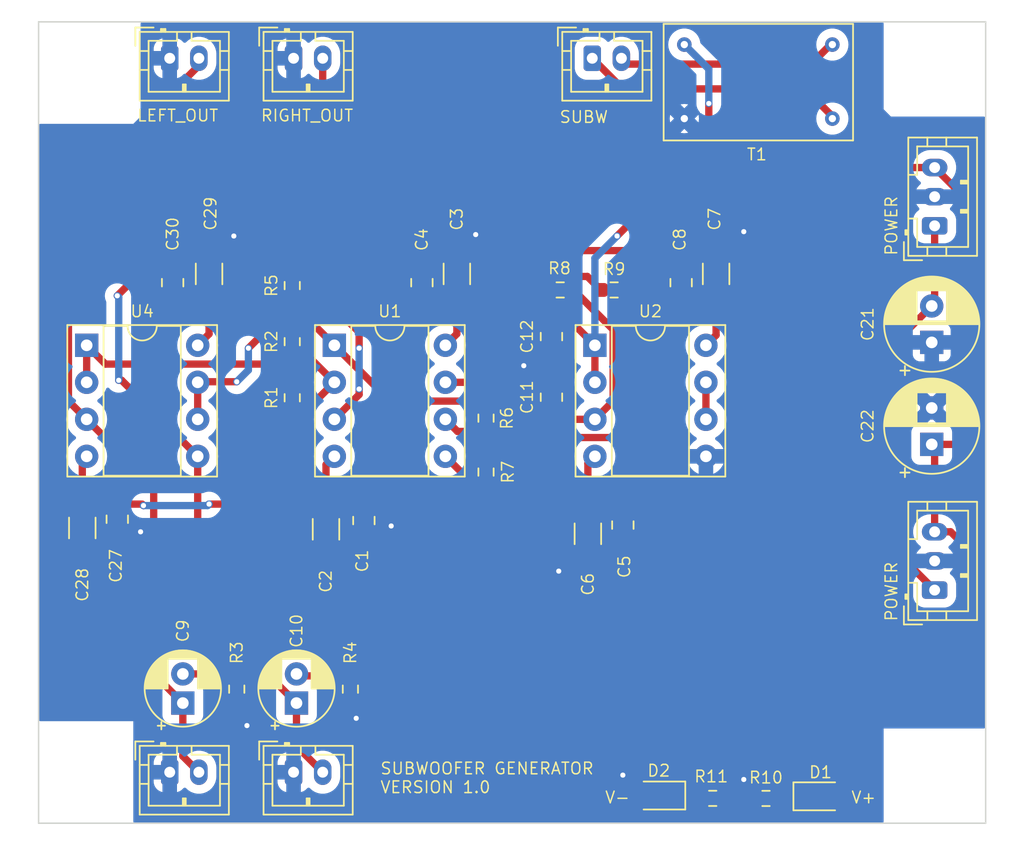
<source format=kicad_pcb>
(kicad_pcb (version 20221018) (generator pcbnew)
  (layers (0 "F.Cu" signal) (31 "B.Cu" signal) (34 "B.Paste" user) (35 "F.Paste" user) (36 "B.SilkS" user "B.Silkscreen") (37 "F.SilkS" user "F.Silkscreen") (38 "B.Mask" user) (39 "F.Mask" user) (44 "Edge.Cuts" user))
  (net 0 "")
  (net 1 "LEFT_IN")
  (net 2 "Net-(C9-Pad2)")
  (net 3 "AGND")
  (net 4 "RIGHT_IN")
  (net 5 "Net-(C10-Pad2)")
  (net 6 "LEFT_BUF")
  (net 7 "RIGHT_BUF")
  (net 8 "Net-(U1-InA-)")
  (net 9 "Net-(U1-OutA)")
  (net 10 "Net-(U1-InA+)")
  (net 11 "Net-(U1-InB-)")
  (net 12 "Net-(U1-InB+)")
  (net 13 "COMBINED")
  (net 14 "Net-(U2-InA+)")
  (net 15 "Net-(C12-Pad1)")
  (net 16 "Net-(U2-InB-)")
  (net 17 "V-")
  (net 18 "V+")
  (net 19 "SUBW")
  (net 20 "SUBWN")
  (net 21 "SUBWP")
  (net 22 "Net-(D1-K)")
  (net 23 "Net-(D2-K)")
  (footprint "Capacitor_THT:CP_Radial_D5.0mm_P2.00mm" (layer "F.Cu") (at 116.3364 107.920113 90)
    (fp_text reference "C9" (at 4.955112 0 90 unlocked) (layer "F.SilkS") (effects (font (size 0.8 0.8) (thickness 0.1))))
    (fp_text value "10u")
    (pad "1" thru_hole rect (at 0 0 90) (size 1.6 1.6) (drill 0.8) (layers "*.Cu" "*.Mask") (net 1 "LEFT_IN"))
    (pad "2" thru_hole circle (at 2 0 90) (size 1.6 1.6) (drill 0.8) (layers "*.Cu" "*.Mask") (net 2 "Net-(C9-Pad2)"))
  )
  (footprint "Package_DIP:DIP-8_W7.62mm_Socket" (layer "F.Cu") (at 144.6189 83.365)
    (fp_text reference "U2" (at 3.81 -2.33 unlocked) (layer "F.SilkS") (effects (font (size 0.8 0.8) (thickness 0.1))))
    (fp_text value "OPA2134")
    (pad "1" thru_hole rect (at 0 0) (size 1.6 1.6) (drill 0.8) (layers "*.Cu" "*.Mask") (net 19 "SUBW"))
    (pad "2" thru_hole oval (at 0 2.54) (size 1.6 1.6) (drill 0.8) (layers "*.Cu" "*.Mask") (net 19 "SUBW"))
    (pad "3" thru_hole oval (at 0 5.08) (size 1.6 1.6) (drill 0.8) (layers "*.Cu" "*.Mask") (net 14 "Net-(U2-InA+)"))
    (pad "4" thru_hole oval (at 0 7.62) (size 1.6 1.6) (drill 0.8) (layers "*.Cu" "*.Mask") (net 17 "V-"))
    (pad "5" thru_hole oval (at 7.62 7.62) (size 1.6 1.6) (drill 0.8) (layers "*.Cu" "*.Mask") (net 3 "AGND"))
    (pad "6" thru_hole oval (at 7.62 5.08) (size 1.6 1.6) (drill 0.8) (layers "*.Cu" "*.Mask") (net 16 "Net-(U2-InB-)"))
    (pad "7" thru_hole oval (at 7.62 2.54) (size 1.6 1.6) (drill 0.8) (layers "*.Cu" "*.Mask") (net 16 "Net-(U2-InB-)"))
    (pad "8" thru_hole oval (at 7.62 0) (size 1.6 1.6) (drill 0.8) (layers "*.Cu" "*.Mask") (net 18 "V+"))
  )
  (footprint "MountingHole:MountingHole_3.2mm_M3" (layer "F.Cu") (at 168.9364 113.665)
    (fp_text reference "H4" hide)
    (fp_text value "MountingHole")
    (pad "" np_thru_hole circle (at 0 0) (size 3.2 3.2) (drill 3.2) (layers "*.Cu" "*.Mask"))
  )
  (footprint "Capacitor_SMD:C_1206_3216Metric_Pad1.33x1.80mm_HandSolder" (layer "F.Cu") (at 126.16265 95.9925 -90)
    (fp_text reference "C2" (at 3.5725 0.0175 90 unlocked) (layer "F.SilkS") (effects (font (size 0.8 0.8) (thickness 0.1))))
    (fp_text value "10U")
    (pad "1" smd roundrect (at -1.5625 0 270) (size 1.325 1.8) (layers "F.Cu" "F.Paste" "F.Mask") (roundrect_rratio 0.1886792453) (net 17 "V-"))
    (pad "2" smd roundrect (at 1.5625 0 270) (size 1.325 1.8) (layers "F.Cu" "F.Paste" "F.Mask") (roundrect_rratio 0.1886792453) (net 3 "AGND"))
  )
  (footprint "Package_DIP:DIP-8_W7.62mm_Socket" (layer "F.Cu") (at 126.7364 83.365)
    (fp_text reference "U1" (at 3.81 -2.33 unlocked) (layer "F.SilkS") (effects (font (size 0.8 0.8) (thickness 0.1))))
    (fp_text value "OPA2134")
    (pad "1" thru_hole rect (at 0 0) (size 1.6 1.6) (drill 0.8) (layers "*.Cu" "*.Mask") (net 9 "Net-(U1-OutA)"))
    (pad "2" thru_hole oval (at 0 2.54) (size 1.6 1.6) (drill 0.8) (layers "*.Cu" "*.Mask") (net 8 "Net-(U1-InA-)"))
    (pad "3" thru_hole oval (at 0 5.08) (size 1.6 1.6) (drill 0.8) (layers "*.Cu" "*.Mask") (net 10 "Net-(U1-InA+)"))
    (pad "4" thru_hole oval (at 0 7.62) (size 1.6 1.6) (drill 0.8) (layers "*.Cu" "*.Mask") (net 17 "V-"))
    (pad "5" thru_hole oval (at 7.62 7.62) (size 1.6 1.6) (drill 0.8) (layers "*.Cu" "*.Mask") (net 12 "Net-(U1-InB+)"))
    (pad "6" thru_hole oval (at 7.62 5.08) (size 1.6 1.6) (drill 0.8) (layers "*.Cu" "*.Mask") (net 11 "Net-(U1-InB-)"))
    (pad "7" thru_hole oval (at 7.62 2.54) (size 1.6 1.6) (drill 0.8) (layers "*.Cu" "*.Mask") (net 13 "COMBINED"))
    (pad "8" thru_hole oval (at 7.62 0) (size 1.6 1.6) (drill 0.8) (layers "*.Cu" "*.Mask") (net 18 "V+"))
  )
  (footprint "Capacitor_SMD:C_0805_2012Metric_Pad1.18x1.45mm_HandSolder" (layer "F.Cu") (at 141.6364 86.9275 90)
    (fp_text reference "C11" (at 0 -1.68 90 unlocked) (layer "F.SilkS") (effects (font (size 0.8 0.8) (thickness 0.1))))
    (fp_text value "56n C0G")
    (pad "1" smd roundrect (at -1.0375 0 90) (size 1.175 1.45) (layers "F.Cu" "F.Paste" "F.Mask") (roundrect_rratio 0.2127659574) (net 14 "Net-(U2-InA+)"))
    (pad "2" smd roundrect (at 1.0375 0 90) (size 1.175 1.45) (layers "F.Cu" "F.Paste" "F.Mask") (roundrect_rratio 0.2127659574) (net 3 "AGND"))
  )
  (footprint "Capacitor_SMD:C_0805_2012Metric_Pad1.18x1.45mm_HandSolder" (layer "F.Cu") (at 111.8364 95.3025 -90)
    (fp_text reference "C27" (at 3.2 0.1 90 unlocked) (layer "F.SilkS") (effects (font (size 0.8 0.8) (thickness 0.1))))
    (fp_text value "0.1U")
    (pad "1" smd roundrect (at -1.0375 0 270) (size 1.175 1.45) (layers "F.Cu" "F.Paste" "F.Mask") (roundrect_rratio 0.2127659574) (net 17 "V-"))
    (pad "2" smd roundrect (at 1.0375 0 270) (size 1.175 1.45) (layers "F.Cu" "F.Paste" "F.Mask") (roundrect_rratio 0.2127659574) (net 3 "AGND"))
  )
  (footprint "Resistor_SMD:R_0603_1608Metric_Pad0.98x0.95mm_HandSolder" (layer "F.Cu") (at 152.7039 114.46 180)
    (fp_text reference "R11" (at 0.1 1.5 unlocked) (layer "F.SilkS") (effects (font (size 0.8 0.8) (thickness 0.1))))
    (fp_text value "1K")
    (pad "1" smd roundrect (at -0.9125 0 180) (size 0.975 0.95) (layers "F.Cu" "F.Paste" "F.Mask") (net 17 "V-"))
    (pad "2" smd roundrect (at 0.9125 0 180) (size 0.975 0.95) (layers "F.Cu" "F.Paste" "F.Mask") (net 23 "Net-(D2-K)"))
  )
  (footprint "Capacitor_THT:CP_Radial_D6.3mm_P2.50mm" (layer "F.Cu") (at 167.7364 90.165 90)
    (fp_text reference "C22" (at 1.25 -4.4 90 unlocked) (layer "F.SilkS") (effects (font (size 0.8 0.8) (thickness 0.1))))
    (fp_text value "470u")
    (pad "1" thru_hole rect (at 0 0 90) (size 1.6 1.6) (drill 0.8) (layers "*.Cu" "*.Mask") (net 18 "V+"))
    (pad "2" thru_hole circle (at 2.5 0 90) (size 1.6 1.6) (drill 0.8) (layers "*.Cu" "*.Mask") (net 3 "AGND"))
  )
  (footprint "Capacitor_THT:CP_Radial_D5.0mm_P2.00mm" (layer "F.Cu") (at 124.1364 107.920113 90)
    (fp_text reference "C10" (at 4.955112 0 90 unlocked) (layer "F.SilkS") (effects (font (size 0.8 0.8) (thickness 0.1))))
    (fp_text value "10u")
    (pad "1" thru_hole rect (at 0 0 90) (size 1.6 1.6) (drill 0.8) (layers "*.Cu" "*.Mask") (net 4 "RIGHT_IN"))
    (pad "2" thru_hole circle (at 2 0 90) (size 1.6 1.6) (drill 0.8) (layers "*.Cu" "*.Mask") (net 5 "Net-(C10-Pad2)"))
  )
  (footprint "Capacitor_SMD:C_0805_2012Metric_Pad1.18x1.45mm_HandSolder" (layer "F.Cu") (at 141.6364 82.765 90)
    (fp_text reference "C12" (at 0 -1.68 90 unlocked) (layer "F.SilkS") (effects (font (size 0.8 0.8) (thickness 0.1))))
    (fp_text value "130n C0G")
    (pad "1" smd roundrect (at -1.0375 0 90) (size 1.175 1.45) (layers "F.Cu" "F.Paste" "F.Mask") (roundrect_rratio 0.2127659574) (net 15 "Net-(C12-Pad1)"))
    (pad "2" smd roundrect (at 1.0375 0 90) (size 1.175 1.45) (layers "F.Cu" "F.Paste" "F.Mask") (roundrect_rratio 0.2127659574) (net 19 "SUBW"))
  )
  (footprint "MountingHole:MountingHole_3.2mm_M3" (layer "F.Cu") (at 108.9364 63.665)
    (fp_text reference "H1" hide)
    (fp_text value "MountingHole")
    (pad "" np_thru_hole circle (at 0 0) (size 3.2 3.2) (drill 3.2) (layers "*.Cu" "*.Mask"))
  )
  (footprint "Connector_JST:JST_PH_B2B-PH-K_1x02_P2.00mm_Vertical" (layer "F.Cu") (at 123.9364 63.665)
    (fp_text reference "J2" hide)
    (fp_text value "Conn_01x02_Pin")
    (pad "1" thru_hole roundrect (at 0 0) (size 1.2 1.75) (drill 0.75) (layers "*.Cu" "*.Mask") (roundrect_rratio 0.2083333333) (net 3 "AGND"))
    (pad "2" thru_hole oval (at 2 0) (size 1.2 1.75) (drill 0.75) (layers "*.Cu" "*.Mask") (net 4 "RIGHT_IN"))
  )
  (footprint "Resistor_SMD:R_0603_1608Metric_Pad0.98x0.95mm_HandSolder" (layer "F.Cu") (at 120.0364 106.965001 90)
    (fp_text reference "R3" (at 2.5 0 90 unlocked) (layer "F.SilkS") (effects (font (size 0.8 0.8) (thickness 0.1))))
    (fp_text value "10K")
    (pad "1" smd roundrect (at -0.9125 0 90) (size 0.975 0.95) (layers "F.Cu" "F.Paste" "F.Mask") (net 3 "AGND"))
    (pad "2" smd roundrect (at 0.9125 0 90) (size 0.975 0.95) (layers "F.Cu" "F.Paste" "F.Mask") (net 2 "Net-(C9-Pad2)"))
  )
  (footprint "Capacitor_SMD:C_1206_3216Metric_Pad1.33x1.80mm_HandSolder" (layer "F.Cu") (at 118.1364 78.465 90)
    (fp_text reference "C29" (at 4.1375 0.1 90 unlocked) (layer "F.SilkS") (effects (font (size 0.8 0.8) (thickness 0.1))))
    (fp_text value "10U")
    (pad "1" smd roundrect (at -1.5625 0 90) (size 1.325 1.8) (layers "F.Cu" "F.Paste" "F.Mask") (roundrect_rratio 0.1886792453) (net 18 "V+"))
    (pad "2" smd roundrect (at 1.5625 0 90) (size 1.325 1.8) (layers "F.Cu" "F.Paste" "F.Mask") (roundrect_rratio 0.1886792453) (net 3 "AGND"))
  )
  (footprint "Connector_JST:JST_PH_B2B-PH-K_1x02_P2.00mm_Vertical" (layer "F.Cu") (at 115.4364 112.665)
    (fp_text reference "J4" hide)
    (fp_text value "Conn_01x02_Pin")
    (pad "1" thru_hole roundrect (at 0 0) (size 1.2 1.75) (drill 0.75) (layers "*.Cu" "*.Mask") (roundrect_rratio 0.2083333333) (net 3 "AGND"))
    (pad "2" thru_hole oval (at 2 0) (size 1.2 1.75) (drill 0.75) (layers "*.Cu" "*.Mask") (net 1 "LEFT_IN"))
  )
  (footprint "Capacitor_SMD:C_1206_3216Metric_Pad1.33x1.80mm_HandSolder" (layer "F.Cu") (at 135.14515 78.465 90)
    (fp_text reference "C3" (at 3.756547 -0.00875 90 unlocked) (layer "F.SilkS") (effects (font (size 0.8 0.8) (thickness 0.1))))
    (fp_text value "10U")
    (pad "1" smd roundrect (at -1.5625 0 90) (size 1.325 1.8) (layers "F.Cu" "F.Paste" "F.Mask") (roundrect_rratio 0.1886792453) (net 18 "V+"))
    (pad "2" smd roundrect (at 1.5625 0 90) (size 1.325 1.8) (layers "F.Cu" "F.Paste" "F.Mask") (roundrect_rratio 0.1886792453) (net 3 "AGND"))
  )
  (footprint "Capacitor_SMD:C_0805_2012Metric_Pad1.18x1.45mm_HandSolder" (layer "F.Cu") (at 115.6364 79.065 90)
    (fp_text reference "C30" (at 3.3375 0 90 unlocked) (layer "F.SilkS") (effects (font (size 0.8 0.8) (thickness 0.1))))
    (fp_text value "0.1U")
    (pad "1" smd roundrect (at -1.0375 0 90) (size 1.175 1.45) (layers "F.Cu" "F.Paste" "F.Mask") (roundrect_rratio 0.2127659574) (net 18 "V+"))
    (pad "2" smd roundrect (at 1.0375 0 90) (size 1.175 1.45) (layers "F.Cu" "F.Paste" "F.Mask") (roundrect_rratio 0.2127659574) (net 3 "AGND"))
  )
  (footprint "Resistor_SMD:R_0603_1608Metric_Pad0.98x0.95mm_HandSolder" (layer "F.Cu") (at 123.84515 83.115 90)
    (fp_text reference "R2" (at 0 -1.43 90 unlocked) (layer "F.SilkS") (effects (font (size 0.8 0.8) (thickness 0.1))))
    (fp_text value "10K")
    (pad "1" smd roundrect (at -0.9125 0 90) (size 0.975 0.95) (layers "F.Cu" "F.Paste" "F.Mask") (net 8 "Net-(U1-InA-)"))
    (pad "2" smd roundrect (at 0.9125 0 90) (size 0.975 0.95) (layers "F.Cu" "F.Paste" "F.Mask") (net 7 "RIGHT_BUF"))
  )
  (footprint "Capacitor_SMD:C_1206_3216Metric_Pad1.33x1.80mm_HandSolder" (layer "F.Cu") (at 144.1364 96.3025 -90)
    (fp_text reference "C6" (at 3.4625 0 90 unlocked) (layer "F.SilkS") (effects (font (size 0.8 0.8) (thickness 0.1))))
    (fp_text value "10U")
    (pad "1" smd roundrect (at -1.5625 0 270) (size 1.325 1.8) (layers "F.Cu" "F.Paste" "F.Mask") (roundrect_rratio 0.1886792453) (net 17 "V-"))
    (pad "2" smd roundrect (at 1.5625 0 270) (size 1.325 1.8) (layers "F.Cu" "F.Paste" "F.Mask") (roundrect_rratio 0.1886792453) (net 3 "AGND"))
  )
  (footprint "Resistor_SMD:R_0603_1608Metric_Pad0.98x0.95mm_HandSolder" (layer "F.Cu") (at 142.2364 79.565 180)
    (fp_text reference "R8" (at 0.048251 1.482507 unlocked) (layer "F.SilkS") (effects (font (size 0.8 0.8) (thickness 0.1))))
    (fp_text value "23K")
    (pad "1" smd roundrect (at -0.9125 0 180) (size 0.975 0.95) (layers "F.Cu" "F.Paste" "F.Mask") (net 14 "Net-(U2-InA+)"))
    (pad "2" smd roundrect (at 0.9125 0 180) (size 0.975 0.95) (layers "F.Cu" "F.Paste" "F.Mask") (net 15 "Net-(C12-Pad1)"))
  )
  (footprint "Connector_JST:JST_PH_B2B-PH-K_1x02_P2.00mm_Vertical" (layer "F.Cu") (at 115.4364 63.665)
    (fp_text reference "J1" hide)
    (fp_text value "Conn_01x02_Pin")
    (pad "1" thru_hole roundrect (at 0 0) (size 1.2 1.75) (drill 0.75) (layers "*.Cu" "*.Mask") (roundrect_rratio 0.2083333333) (net 3 "AGND"))
    (pad "2" thru_hole oval (at 2 0) (size 1.2 1.75) (drill 0.75) (layers "*.Cu" "*.Mask") (net 1 "LEFT_IN"))
  )
  (footprint "Capacitor_SMD:C_0805_2012Metric_Pad1.18x1.45mm_HandSolder" (layer "F.Cu") (at 128.76265 95.3925 -90)
    (fp_text reference "C1" (at 2.7725 0.1175 90 unlocked) (layer "F.SilkS") (effects (font (size 0.8 0.8) (thickness 0.1))))
    (fp_text value "0.1U")
    (pad "1" smd roundrect (at -1.0375 0 270) (size 1.175 1.45) (layers "F.Cu" "F.Paste" "F.Mask") (roundrect_rratio 0.2127659574) (net 17 "V-"))
    (pad "2" smd roundrect (at 1.0375 0 270) (size 1.175 1.45) (layers "F.Cu" "F.Paste" "F.Mask") (roundrect_rratio 0.2127659574) (net 3 "AGND"))
  )
  (footprint "Capacitor_SMD:C_1206_3216Metric_Pad1.33x1.80mm_HandSolder" (layer "F.Cu") (at 152.9364 78.465 90)
    (fp_text reference "C7" (at 3.756547 -0.11 90 unlocked) (layer "F.SilkS") (effects (font (size 0.8 0.8) (thickness 0.1))))
    (fp_text value "10U")
    (pad "1" smd roundrect (at -1.5625 0 90) (size 1.325 1.8) (layers "F.Cu" "F.Paste" "F.Mask") (roundrect_rratio 0.1886792453) (net 18 "V+"))
    (pad "2" smd roundrect (at 1.5625 0 90) (size 1.325 1.8) (layers "F.Cu" "F.Paste" "F.Mask") (roundrect_rratio 0.1886792453) (net 3 "AGND"))
  )
  (footprint "Capacitor_SMD:C_0805_2012Metric_Pad1.18x1.45mm_HandSolder" (layer "F.Cu") (at 132.74515 79.065 90)
    (fp_text reference "C4" (at 2.956547 -0.00875 90 unlocked) (layer "F.SilkS") (effects (font (size 0.8 0.8) (thickness 0.1))))
    (fp_text value "0.1U")
    (pad "1" smd roundrect (at -1.0375 0 90) (size 1.175 1.45) (layers "F.Cu" "F.Paste" "F.Mask") (roundrect_rratio 0.2127659574) (net 18 "V+"))
    (pad "2" smd roundrect (at 1.0375 0 90) (size 1.175 1.45) (layers "F.Cu" "F.Paste" "F.Mask") (roundrect_rratio 0.2127659574) (net 3 "AGND"))
  )
  (footprint "Resistor_SMD:R_0603_1608Metric_Pad0.98x0.95mm_HandSolder" (layer "F.Cu") (at 123.84515 79.265 90)
    (fp_text reference "R5" (at 0 -1.43 90 unlocked) (layer "F.SilkS") (effects (font (size 0.8 0.8) (thickness 0.1))))
    (fp_text value "20K")
    (pad "1" smd roundrect (at -0.9125 0 90) (size 0.975 0.95) (layers "F.Cu" "F.Paste" "F.Mask") (net 9 "Net-(U1-OutA)"))
    (pad "2" smd roundrect (at 0.9125 0 90) (size 0.975 0.95) (layers "F.Cu" "F.Paste" "F.Mask") (net 10 "Net-(U1-InA+)"))
  )
  (footprint "Capacitor_THT:CP_Radial_D6.3mm_P2.50mm" (layer "F.Cu") (at 167.7364 83.164999 90)
    (fp_text reference "C21" (at 1.25 -4.4 90 unlocked) (layer "F.SilkS") (effects (font (size 0.8 0.8) (thickness 0.1))))
    (fp_text value "470u")
    (pad "1" thru_hole rect (at 0 0 90) (size 1.6 1.6) (drill 0.8) (layers "*.Cu" "*.Mask") (net 3 "AGND"))
    (pad "2" thru_hole circle (at 2.5 0 90) (size 1.6 1.6) (drill 0.8) (layers "*.Cu" "*.Mask") (net 17 "V-"))
  )
  (footprint "Resistor_SMD:R_0603_1608Metric_Pad0.98x0.95mm_HandSolder" (layer "F.Cu") (at 137.14515 88.365 -90)
    (fp_text reference "R6" (at 0 -1.43 90 unlocked) (layer "F.SilkS") (effects (font (size 0.8 0.8) (thickness 0.1))))
    (fp_text value "10K")
    (pad "1" smd roundrect (at -0.9125 0 270) (size 0.975 0.95) (layers "F.Cu" "F.Paste" "F.Mask") (net 9 "Net-(U1-OutA)"))
    (pad "2" smd roundrect (at 0.9125 0 270) (size 0.975 0.95) (layers "F.Cu" "F.Paste" "F.Mask") (net 11 "Net-(U1-InB-)"))
  )
  (footprint "Connector_JST:JST_PH_B3B-PH-K_1x03_P2.00mm_Vertical" (layer "F.Cu") (at 167.9364 100.165 90)
    (fp_text reference "J3" hide)
    (fp_text value "Conn_01x03_Male")
    (pad "1" thru_hole roundrect (at 0 0 90) (size 1.2 1.75) (drill 0.75) (layers "*.Cu" "*.Mask") (roundrect_rratio 0.2083333333) (net 17 "V-"))
    (pad "2" thru_hole oval (at 2 0 90) (size 1.2 1.75) (drill 0.75) (layers "*.Cu" "*.Mask") (net 3 "AGND"))
    (pad "3" thru_hole oval (at 4 0 90) (size 1.2 1.75) (drill 0.75) (layers "*.Cu" "*.Mask") (net 18 "V+"))
  )
  (footprint "Package_DIP:DIP-8_W7.62mm_Socket" (layer "F.Cu") (at 109.7364 83.365)
    (fp_text reference "U4" (at 3.81 -2.33 unlocked) (layer "F.SilkS") (effects (font (size 0.8 0.8) (thickness 0.1))))
    (fp_text value "OPA2134")
    (pad "1" thru_hole rect (at 0 0) (size 1.6 1.6) (drill 0.8) (layers "*.Cu" "*.Mask") (net 6 "LEFT_BUF"))
    (pad "2" thru_hole oval (at 0 2.54) (size 1.6 1.6) (drill 0.8) (layers "*.Cu" "*.Mask") (net 6 "LEFT_BUF"))
    (pad "3" thru_hole oval (at 0 5.08) (size 1.6 1.6) (drill 0.8) (layers "*.Cu" "*.Mask") (net 1 "LEFT_IN"))
    (pad "4" thru_hole oval (at 0 7.62) (size 1.6 1.6) (drill 0.8) (layers "*.Cu" "*.Mask") (net 17 "V-"))
    (pad "5" thru_hole oval (at 7.62 7.62) (size 1.6 1.6) (drill 0.8) (layers "*.Cu" "*.Mask") (net 4 "RIGHT_IN"))
    (pad "6" thru_hole oval (at 7.62 5.08) (size 1.6 1.6) (drill 0.8) (layers "*.Cu" "*.Mask") (net 7 "RIGHT_BUF"))
    (pad "7" thru_hole oval (at 7.62 2.54) (size 1.6 1.6) (drill 0.8) (layers "*.Cu" "*.Mask") (net 7 "RIGHT_BUF"))
    (pad "8" thru_hole oval (at 7.62 0) (size 1.6 1.6) (drill 0.8) (layers "*.Cu" "*.Mask") (net 18 "V+"))
  )
  (footprint "Resistor_SMD:R_0603_1608Metric_Pad0.98x0.95mm_HandSolder" (layer "F.Cu") (at 145.9364 79.565)
    (fp_text reference "R9" (at 0 -1.43 unlocked) (layer "F.SilkS") (effects (font (size 0.8 0.8) (thickness 0.1))))
    (fp_text value "10.5K")
    (pad "1" smd roundrect (at -0.9125 0) (size 0.975 0.95) (layers "F.Cu" "F.Paste" "F.Mask") (net 15 "Net-(C12-Pad1)"))
    (pad "2" smd roundrect (at 0.9125 0) (size 0.975 0.95) (layers "F.Cu" "F.Paste" "F.Mask") (net 13 "COMBINED"))
  )
  (footprint "Connector_JST:JST_PH_B3B-PH-K_1x03_P2.00mm_Vertical" (layer "F.Cu") (at 167.9364 75.165 90)
    (fp_text reference "J9" hide)
    (fp_text value "Conn_01x03_Male")
    (pad "1" thru_hole roundrect (at 0 0 90) (size 1.2 1.75) (drill 0.75) (layers "*.Cu" "*.Mask") (roundrect_rratio 0.2083333333) (net 17 "V-"))
    (pad "2" thru_hole oval (at 2 0 90) (size 1.2 1.75) (drill 0.75) (layers "*.Cu" "*.Mask") (net 3 "AGND"))
    (pad "3" thru_hole oval (at 4 0 90) (size 1.2 1.75) (drill 0.75) (layers "*.Cu" "*.Mask") (net 18 "V+"))
  )
  (footprint "LED_SMD:LED_0805_2012Metric_Pad1.15x1.40mm_HandSolder" (layer "F.Cu") (at 148.9614 114.265 180)
    (fp_text reference "D2" (at -0.0425 1.705 unlocked) (layer "F.SilkS") (effects (font (size 0.8 0.8) (thickness 0.1))))
    (fp_text value "BLUE")
    (pad "1" smd roundrect (at -1.025 0 180) (size 1.15 1.4) (layers "F.Cu" "F.Paste" "F.Mask") (roundrect_rratio 0.2173913043) (net 23 "Net-(D2-K)"))
    (pad "2" smd roundrect (at 1.025 0 180) (size 1.15 1.4) (layers "F.Cu" "F.Paste" "F.Mask") (roundrect_rratio 0.2173913043) (net 3 "AGND"))
  )
  (footprint "Capacitor_SMD:C_0805_2012Metric_Pad1.18x1.45mm_HandSolder" (layer "F.Cu") (at 146.5364 95.7025 -90)
    (fp_text reference "C5" (at 2.8625 -0.1 90 unlocked) (layer "F.SilkS") (effects (font (size 0.8 0.8) (thickness 0.1))))
    (fp_text value "0.1U")
    (pad "1" smd roundrect (at -1.0375 0 270) (size 1.175 1.45) (layers "F.Cu" "F.Paste" "F.Mask") (roundrect_rratio 0.2127659574) (net 17 "V-"))
    (pad "2" smd roundrect (at 1.0375 0 270) (size 1.175 1.45) (layers "F.Cu" "F.Paste" "F.Mask") (roundrect_rratio 0.2127659574) (net 3 "AGND"))
  )
  (footprint "Connector_JST:JST_PH_B2B-PH-K_1x02_P2.00mm_Vertical" (layer "F.Cu") (at 144.4364 63.665)
    (fp_text reference "J7" hide)
    (fp_text value "Conn_01x02_Pin")
    (pad "1" thru_hole roundrect (at 0 0) (size 1.2 1.75) (drill 0.75) (layers "*.Cu" "*.Mask") (roundrect_rratio 0.2083333333) (net 20 "SUBWN"))
    (pad "2" thru_hole oval (at 2 0) (size 1.2 1.75) (drill 0.75) (layers "*.Cu" "*.Mask") (net 21 "SUBWP"))
  )
  (footprint "Capacitor_SMD:C_0805_2012Metric_Pad1.18x1.45mm_HandSolder" (layer "F.Cu") (at 150.5364 79.065 90)
    (fp_text reference "C8" (at 2.956547 -0.1 90 unlocked) (layer "F.SilkS") (effects (font (size 0.8 0.8) (thickness 0.1))))
    (fp_text value "0.1U")
    (pad "1" smd roundrect (at -1.0375 0 90) (size 1.175 1.45) (layers "F.Cu" "F.Paste" "F.Mask") (roundrect_rratio 0.2127659574) (net 18 "V+"))
    (pad "2" smd roundrect (at 1.0375 0 90) (size 1.175 1.45) (layers "F.Cu" "F.Paste" "F.Mask") (roundrect_rratio 0.2127659574) (net 3 "AGND"))
  )
  (footprint "Resistor_SMD:R_0603_1608Metric_Pad0.98x0.95mm_HandSolder" (layer "F.Cu") (at 156.3614 114.465)
    (fp_text reference "R10" (at 0 -1.43 unlocked) (layer "F.SilkS") (effects (font (size 0.8 0.8) (thickness 0.1))))
    (fp_text value "1.25K")
    (pad "1" smd roundrect (at -0.9125 0) (size 0.975 0.95) (layers "F.Cu" "F.Paste" "F.Mask") (net 3 "AGND"))
    (pad "2" smd roundrect (at 0.9125 0) (size 0.975 0.95) (layers "F.Cu" "F.Paste" "F.Mask") (net 22 "Net-(D1-K)"))
  )
  (footprint "MountingHole:MountingHole_3.2mm_M3" (layer "F.Cu") (at 108.9364 113.665)
    (fp_text reference "H2" hide)
    (fp_text value "MountingHole")
    (pad "" np_thru_hole circle (at 0 0) (size 3.2 3.2) (drill 3.2) (layers "*.Cu" "*.Mask"))
  )
  (footprint "Resistor_SMD:R_0603_1608Metric_Pad0.98x0.95mm_HandSolder" (layer "F.Cu") (at 127.8364 106.965001 90)
    (fp_text reference "R4" (at 2.5 0 90 unlocked) (layer "F.SilkS") (effects (font (size 0.8 0.8) (thickness 0.1))))
    (fp_text value "10K")
    (pad "1" smd roundrect (at -0.9125 0 90) (size 0.975 0.95) (layers "F.Cu" "F.Paste" "F.Mask") (net 3 "AGND"))
    (pad "2" smd roundrect (at 0.9125 0 90) (size 0.975 0.95) (layers "F.Cu" "F.Paste" "F.Mask") (net 5 "Net-(C10-Pad2)"))
  )
  (footprint "MountingHole:MountingHole_3.2mm_M3" (layer "F.Cu") (at 168.9364 63.665)
    (fp_text reference "H3" hide)
    (fp_text value "MountingHole")
    (pad "" np_thru_hole circle (at 0 0) (size 3.2 3.2) (drill 3.2) (layers "*.Cu" "*.Mask"))
  )
  (footprint "Resistor_SMD:R_0603_1608Metric_Pad0.98x0.95mm_HandSolder" (layer "F.Cu") (at 123.84515 86.965 90)
    (fp_text reference "R1" (at 0 -1.43 90 unlocked) (layer "F.SilkS") (effects (font (size 0.8 0.8) (thickness 0.1))))
    (fp_text value "10K")
    (pad "1" smd roundrect (at -0.9125 0 90) (size 0.975 0.95) (layers "F.Cu" "F.Paste" "F.Mask") (net 8 "Net-(U1-InA-)"))
    (pad "2" smd roundrect (at 0.9125 0 90) (size 0.975 0.95) (layers "F.Cu" "F.Paste" "F.Mask") (net 6 "LEFT_BUF"))
  )
  (footprint "Resistor_SMD:R_0603_1608Metric_Pad0.98x0.95mm_HandSolder" (layer "F.Cu") (at 137.14515 92.065 90)
    (fp_text reference "R7" (at 0 1.5 90 unlocked) (layer "F.SilkS") (effects (font (size 0.8 0.8) (thickness 0.1))))
    (fp_text value "10K")
    (pad "1" smd roundrect (at -0.9125 0 90) (size 0.975 0.95) (layers "F.Cu" "F.Paste" "F.Mask") (net 12 "Net-(U1-InB+)"))
    (pad "2" smd roundrect (at 0.9125 0 90) (size 0.975 0.95) (layers "F.Cu" "F.Paste" "F.Mask") (net 13 "COMBINED"))
  )
  (footprint "LED_SMD:LED_0805_2012Metric_Pad1.15x1.40mm_HandSolder" (layer "F.Cu") (at 160.1039 114.32)
    (fp_text reference "D1" (at 0 -1.65 unlocked) (layer "F.SilkS") (effects (font (size 0.8 0.8) (thickness 0.1))))
    (fp_text value "YELLOW")
    (pad "1" smd roundrect (at -1.025 0) (size 1.15 1.4) (layers "F.Cu" "F.Paste" "F.Mask") (roundrect_rratio 0.2173913043) (net 22 "Net-(D1-K)"))
    (pad "2" smd roundrect (at 1.025 0) (size 1.15 1.4) (layers "F.Cu" "F.Paste" "F.Mask") (roundrect_rratio 0.2173913043) (net 18 "V+"))
  )
  (footprint "Components:DA101C" (layer "F.Cu") (at 155.8364 65.265)
    (fp_text reference "T1" (at -0.1 5 unlocked) (layer "F.SilkS") (effects (font (size 0.8 0.8) (thickness 0.1))))
    (fp_text value "Transformer_Audio")
    (pad "1" thru_hole circle (at -5.08 -2.54) (size 1 1) (drill 0.5) (layers "*.Cu" "*.Mask") (net 19 "SUBW"))
    (pad "2" thru_hole circle (at -5.08 2.54) (size 1 1) (drill 0.5) (layers "*.Cu" "*.Mask") (net 3 "AGND"))
    (pad "3" thru_hole circle (at 5.08 2.54) (size 1 1) (drill 0.5) (layers "*.Cu" "*.Mask") (net 20 "SUBWN"))
    (pad "4" thru_hole circle (at 5.08 -2.54) (size 1 1) (drill 0.5) (layers "*.Cu" "*.Mask") (net 21 "SUBWP"))
  )
  (footprint "Connector_JST:JST_PH_B2B-PH-K_1x02_P2.00mm_Vertical" (layer "F.Cu") (at 123.9364 112.665)
    (fp_text reference "J15" hide)
    (fp_text value "Conn_01x02_Pin")
    (pad "1" thru_hole roundrect (at 0 0) (size 1.2 1.75) (drill 0.75) (layers "*.Cu" "*.Mask") (roundrect_rratio 0.2083333333) (net 3 "AGND"))
    (pad "2" thru_hole oval (at 2 0) (size 1.2 1.75) (drill 0.75) (layers "*.Cu" "*.Mask") (net 4 "RIGHT_IN"))
  )
  (footprint "Capacitor_SMD:C_1206_3216Metric_Pad1.33x1.80mm_HandSolder" (layer "F.Cu") (at 109.4364 95.9025 -90)
    (fp_text reference "C28" (at 3.9 0 90 unlocked) (layer "F.SilkS") (effects (font (size 0.8 0.8) (thickness 0.1))))
    (fp_text value "10U")
    (pad "1" smd roundrect (at -1.5625 0 270) (size 1.325 1.8) (layers "F.Cu" "F.Paste" "F.Mask") (roundrect_rratio 0.1886792453) (net 17 "V-"))
    (pad "2" smd roundrect (at 1.5625 0 270) (size 1.325 1.8) (layers "F.Cu" "F.Paste" "F.Mask") (roundrect_rratio 0.1886792453) (net 3 "AGND"))
  )
  (gr_line (start 171.4364 61.165) (end 171.4364 116.165) (stroke (width 0.1)) (layer "Edge.Cuts"))
  (gr_line (start 106.4364 116.165) (end 171.4364 116.165) (stroke (width 0.1)) (layer "Edge.Cuts"))
  (gr_line (start 106.4364 61.165) (end 106.4364 116.165) (stroke (width 0.1)) (layer "Edge.Cuts"))
  (gr_line (start 171.4364 61.165) (end 106.4364 61.165) (stroke (width 0.1)) (layer "Edge.Cuts"))
  (gr_text "SUBW" (at 142.1364 68.165) (layer "F.SilkS") (effects (font (size 0.8 0.8) (thickness 0.1)) (justify left bottom)))
  (gr_text "V-" (at 145.2614 114.865) (layer "F.SilkS") (effects (font (size 0.8 0.8) (thickness 0.1)) (justify left bottom)))
  (gr_text "LEFT_OUT" (at 113.1364 68.065) (layer "F.SilkS") (effects (font (size 0.8 0.8) (thickness 0.1)) (justify left bottom)))
  (gr_text "SUBWOOFER GENERATOR\nVERSION 1.0" (at 129.8364 114.165) (layer "F.SilkS") (effects (font (size 0.8 0.8) (thickness 0.1)) (justify left bottom)))
  (gr_text "POWER" (at 165.4364 102.365 90) (layer "F.SilkS") (effects (font (size 0.8 0.8) (thickness 0.1)) (justify left bottom)))
  (gr_text "V+" (at 162.1614 114.865) (layer "F.SilkS") (effects (font (size 0.8 0.8) (thickness 0.1)) (justify left bottom)))
  (gr_text "POWER" (at 165.4364 77.265 90) (layer "F.SilkS") (effects (font (size 0.8 0.8) (thickness 0.1)) (justify left bottom)))
  (gr_text "RIGHT_OUT\n" (at 121.6364 68.065) (layer "F.SilkS") (effects (font (size 0.8 0.8) (thickness 0.1)) (justify left bottom)))
  (segment (start 108.4864 73.115) (end 108.4864 87.195) (width 0.5) (layer "F.Cu") (net 1))
  (segment (start 114.3364 105.920113) (end 114.3364 93.045) (width 0.5) (layer "F.Cu") (net 1))
  (segment (start 116.3364 107.920113) (end 116.3364 111.565) (width 0.5) (layer "F.Cu") (net 1))
  (segment (start 117.4364 64.165) (end 108.4864 73.115) (width 0.5) (layer "F.Cu") (net 1))
  (segment (start 108.4864 87.195) (end 109.7364 88.445) (width 0.5) (layer "F.Cu") (net 1))
  (segment (start 116.3364 111.565) (end 117.4364 112.665) (width 0.5) (layer "F.Cu") (net 1))
  (segment (start 116.3364 107.920113) (end 114.3364 105.920113) (width 0.5) (layer "F.Cu") (net 1))
  (segment (start 117.4364 63.665) (end 117.4364 64.165) (width 0.5) (layer "F.Cu") (net 1))
  (segment (start 114.3364 93.045) (end 109.7364 88.445) (width 0.5) (layer "F.Cu") (net 1))
  (segment (start 116.3364 105.920113) (end 119.904012 105.920113) (width 0.5) (layer "F.Cu") (net 2))
  (segment (start 113.2614 96.34) (end 113.4364 96.165) (width 0.5) (layer "F.Cu") (net 3))
  (segment (start 117.0114 78.0275) (end 118.1364 76.9025) (width 0.5) (layer "F.Cu") (net 3))
  (segment (start 127.63765 97.555) (end 128.082025 97.110625) (width 0.5) (layer "F.Cu") (net 3))
  (segment (start 155.4489 114.465) (end 155.4489 113.7775) (width 0.5) (layer "F.Cu") (net 3))
  (segment (start 111.8364 96.34) (end 113.2614 96.34) (width 0.5) (layer "F.Cu") (net 3))
  (segment (start 135.2989 76.9025) (end 136.4364 75.765) (width 0.5) (layer "F.Cu") (net 3))
  (segment (start 143.1364 97.865) (end 142.1364 98.865) (width 0.5) (layer "F.Cu") (net 3))
  (segment (start 146.5364 96.74) (end 145.2614 96.74) (width 0.5) (layer "F.Cu") (net 3))
  (segment (start 110.7114 97.465) (end 111.8364 96.34) (width 0.5) (layer "F.Cu") (net 3))
  (segment (start 128.082025 97.110625) (end 128.76265 96.43) (width 0.5) (layer "F.Cu") (net 3))
  (segment (start 129.42765 95.765) (end 130.6364 95.765) (width 0.5) (layer "F.Cu") (net 3))
  (segment (start 141.6364 85.89) (end 140.8614 85.89) (width 0.5) (layer "F.Cu") (net 3))
  (segment (start 144.1364 97.865) (end 143.1364 97.865) (width 0.5) (layer "F.Cu") (net 3))
  (segment (start 127.8364 107.877501) (end 127.8364 108.565) (width 0.5) (layer "F.Cu") (net 3))
  (segment (start 127.8364 108.565) (end 128.2364 108.965) (width 0.5) (layer "F.Cu") (net 3))
  (segment (start 132.74515 78.0275) (end 134.02015 78.0275) (width 0.5) (layer "F.Cu") (net 3))
  (segment (start 109.4364 97.465) (end 110.7114 97.465) (width 0.5) (layer "F.Cu") (net 3))
  (segment (start 120.0364 108.765) (end 120.7364 109.465) (width 0.5) (layer "F.Cu") (net 3))
  (segment (start 118.1364 76.9025) (end 118.7989 76.9025) (width 0.5) (layer "F.Cu") (net 3))
  (segment (start 147.9364 114.265) (end 146.5364 112.865) (width 0.5) (layer "F.Cu") (net 3))
  (segment (start 120.0364 107.877501) (end 120.0364 108.765) (width 0.5) (layer "F.Cu") (net 3))
  (segment (start 128.082025 97.110625) (end 129.42765 95.765) (width 0.5) (layer "F.Cu") (net 3))
  (segment (start 151.8114 78.0275) (end 152.9364 76.9025) (width 0.5) (layer "F.Cu") (net 3))
  (segment (start 140.8614 85.89) (end 139.7364 84.765) (width 0.5) (layer "F.Cu") (net 3))
  (segment (start 134.02015 78.0275) (end 135.14515 76.9025) (width 0.5) (layer "F.Cu") (net 3))
  (segment (start 115.6364 78.0275) (end 117.0114 78.0275) (width 0.5) (layer "F.Cu") (net 3))
  (segment (start 118.7989 76.9025) (end 119.8364 75.865) (width 0.5) (layer "F.Cu") (net 3))
  (segment (start 155.4489 113.7775) (end 154.8364 113.165) (width 0.5) (layer "F.Cu") (net 3))
  (segment (start 126.16265 97.555) (end 127.63765 97.555) (width 0.5) (layer "F.Cu") (net 3))
  (segment (start 153.4989 76.9025) (end 154.8364 75.565) (width 0.5) (layer "F.Cu") (net 3))
  (segment (start 150.5364 78.0275) (end 151.8114 78.0275) (width 0.5) (layer "F.Cu") (net 3))
  (segment (start 145.2614 96.74) (end 144.1364 97.865) (width 0.5) (layer "F.Cu") (net 3))
  (via (at 113.4364 96.165) (size 0.45) (drill 0.35) (layers "F.Cu" "B.Cu") (net 3))
  (via (at 128.2364 108.965) (size 0.45) (drill 0.35) (layers "F.Cu" "B.Cu") (net 3))
  (via (at 120.7364 109.465) (size 0.45) (drill 0.35) (layers "F.Cu" "B.Cu") (net 3))
  (via (at 119.8364 75.865) (size 0.45) (drill 0.35) (layers "F.Cu" "B.Cu") (net 3))
  (via (at 154.8364 113.165) (size 0.45) (drill 0.35) (layers "F.Cu" "B.Cu") (net 3))
  (via (at 136.4364 75.765) (size 0.45) (drill 0.35) (layers "F.Cu" "B.Cu") (net 3))
  (via (at 146.5364 112.865) (size 0.45) (drill 0.35) (layers "F.Cu" "B.Cu") (net 3))
  (via (at 142.1364 98.865) (size 0.45) (drill 0.35) (layers "F.Cu" "B.Cu") (net 3))
  (via (at 130.6364 95.765) (size 0.45) (drill 0.35) (layers "F.Cu" "B.Cu") (net 3))
  (via (at 139.7364 84.765) (size 0.45) (drill 0.35) (layers "F.Cu" "B.Cu") (net 3))
  (via (at 154.8364 75.565) (size 0.45) (drill 0.35) (layers "F.Cu" "B.Cu") (net 3))
  (segment (start 124.1364 110.865) (end 125.9364 112.665) (width 0.5) (layer "F.Cu") (net 4))
  (segment (start 112.1364 85.765) (end 111.9364 85.765) (width 0.5) (layer "F.Cu") (net 4))
  (segment (start 124.1364 107.920113) (end 117.3564 101.140113) (width 0.5) (layer "F.Cu") (net 4))
  (segment (start 124.1364 107.920113) (end 124.1364 110.865) (width 0.5) (layer "F.Cu") (net 4))
  (segment (start 117.3564 90.985) (end 112.1364 85.765) (width 0.5) (layer "F.Cu") (net 4))
  (segment (start 117.3564 101.140113) (end 117.3564 90.985) (width 0.5) (layer "F.Cu") (net 4))
  (segment (start 111.8364 79.965) (end 125.9364 65.865) (width 0.5) (layer "F.Cu") (net 4))
  (segment (start 125.9364 65.865) (end 125.9364 63.665) (width 0.5) (layer "F.Cu") (net 4))
  (via (at 111.9364 85.765) (size 0.45) (drill 0.35) (layers "F.Cu" "B.Cu") (net 4))
  (via (at 111.8364 79.965) (size 0.45) (drill 0.35) (layers "F.Cu" "B.Cu") (net 4))
  (segment (start 111.9364 80.065) (end 111.8364 79.965) (width 0.5) (layer "B.Cu") (net 4))
  (segment (start 111.9364 85.765) (end 111.9364 80.065) (width 0.5) (layer "B.Cu") (net 4))
  (segment (start 127.8364 106.052501) (end 124.268788 106.052501) (width 0.5) (layer "F.Cu") (net 5))
  (segment (start 123.84515 86.0525) (end 122.44765 84.655) (width 0.5) (layer "F.Cu") (net 6))
  (segment (start 109.7364 83.365) (end 109.7364 85.905) (width 0.5) (layer "F.Cu") (net 6))
  (segment (start 111.0264 84.655) (end 109.7364 83.365) (width 0.5) (layer "F.Cu") (net 6))
  (segment (start 122.44765 84.655) (end 111.0264 84.655) (width 0.5) (layer "F.Cu") (net 6))
  (segment (start 123.84515 82.2025) (end 122.1989 82.2025) (width 0.5) (layer "F.Cu") (net 7))
  (segment (start 122.1989 82.2025) (end 120.8364 83.565) (width 0.5) (layer "F.Cu") (net 7))
  (segment (start 120.0364 85.865) (end 117.3964 85.865) (width 0.5) (layer "F.Cu") (net 7))
  (segment (start 117.3564 85.905) (end 117.3564 88.445) (width 0.5) (layer "F.Cu") (net 7))
  (via (at 120.0364 85.865) (size 0.45) (drill 0.35) (layers "F.Cu" "B.Cu") (net 7))
  (via (at 120.8364 83.565) (size 0.45) (drill 0.35) (layers "F.Cu" "B.Cu") (net 7))
  (segment (start 120.8364 85.065) (end 120.0364 85.865) (width 0.5) (layer "B.Cu") (net 7))
  (segment (start 120.8364 83.565) (end 120.8364 85.065) (width 0.5) (layer "B.Cu") (net 7))
  (segment (start 123.84515 87.8775) (end 124.7639 87.8775) (width 0.5) (layer "F.Cu") (net 8))
  (segment (start 124.7639 87.8775) (end 126.7364 85.905) (width 0.5) (layer "F.Cu") (net 8))
  (segment (start 123.84515 84.0275) (end 124.8589 84.0275) (width 0.5) (layer "F.Cu") (net 8))
  (segment (start 124.8589 84.0275) (end 126.7364 85.905) (width 0.5) (layer "F.Cu") (net 8))
  (segment (start 123.84515 80.1775) (end 123.84515 80.47375) (width 0.5) (layer "F.Cu") (net 9))
  (segment (start 130.5664 87.195) (end 126.7364 83.365) (width 0.5) (layer "F.Cu") (net 9))
  (segment (start 136.88765 87.195) (end 130.5664 87.195) (width 0.5) (layer "F.Cu") (net 9))
  (segment (start 123.84515 80.47375) (end 126.7364 83.365) (width 0.5) (layer "F.Cu") (net 9))
  (segment (start 137.14515 87.4525) (end 136.88765 87.195) (width 0.5) (layer "F.Cu") (net 9))
  (segment (start 128.4364 86.365) (end 128.4364 86.745) (width 0.5) (layer "F.Cu") (net 10))
  (segment (start 123.84515 78.3525) (end 124.32015 78.3525) (width 0.5) (layer "F.Cu") (net 10))
  (segment (start 128.4364 82.46875) (end 128.4364 83.565) (width 0.5) (layer "F.Cu") (net 10))
  (segment (start 128.4364 86.745) (end 126.7364 88.445) (width 0.5) (layer "F.Cu") (net 10))
  (segment (start 124.32015 78.3525) (end 128.4364 82.46875) (width 0.5) (layer "F.Cu") (net 10))
  (via (at 128.4364 83.565) (size 0.45) (drill 0.35) (layers "F.Cu" "B.Cu") (net 10))
  (via (at 128.4364 86.365) (size 0.45) (drill 0.35) (layers "F.Cu" "B.Cu") (net 10))
  (segment (start 128.4364 83.565) (end 128.4364 86.365) (width 0.5) (layer "B.Cu") (net 10))
  (segment (start 135.1889 89.2775) (end 134.3564 88.445) (width 0.5) (layer "F.Cu") (net 11))
  (segment (start 137.14515 89.2775) (end 135.1889 89.2775) (width 0.5) (layer "F.Cu") (net 11))
  (segment (start 137.14515 92.9775) (end 136.3489 92.9775) (width 0.5) (layer "F.Cu") (net 12))
  (segment (start 136.3489 92.9775) (end 134.3564 90.985) (width 0.5) (layer "F.Cu") (net 12))
  (segment (start 138.07015 89.565) (end 138.07015 86.89875) (width 0.5) (layer "F.Cu") (net 13))
  (segment (start 137.14515 91.1525) (end 138.07015 90.2275) (width 0.5) (layer "F.Cu") (net 13))
  (segment (start 138.07015 90.2275) (end 138.07015 89.565) (width 0.5) (layer "F.Cu") (net 13))
  (segment (start 146.8489 89.114077) (end 146.267977 89.695) (width 0.5) (layer "F.Cu") (net 13))
  (segment (start 137.0764 85.905) (end 134.3564 85.905) (width 0.5) (layer "F.Cu") (net 13))
  (segment (start 146.8489 79.565) (end 146.8489 89.114077) (width 0.5) (layer "F.Cu") (net 13))
  (segment (start 138.07015 86.89875) (end 137.0764 85.905) (width 0.5) (layer "F.Cu") (net 13))
  (segment (start 146.267977 89.695) (end 138.20015 89.695) (width 0.5) (layer "F.Cu") (net 13))
  (segment (start 138.20015 89.695) (end 138.07015 89.565) (width 0.5) (layer "F.Cu") (net 13))
  (segment (start 142.1164 88.445) (end 141.6364 87.965) (width 0.5) (layer "F.Cu") (net 14))
  (segment (start 143.1489 79.565) (end 145.8689 82.285) (width 0.5) (layer "F.Cu") (net 14))
  (segment (start 145.8689 82.285) (end 145.8689 87.195) (width 0.5) (layer "F.Cu") (net 14))
  (segment (start 145.8689 87.195) (end 144.6189 88.445) (width 0.5) (layer "F.Cu") (net 14))
  (segment (start 144.6189 88.445) (end 142.1164 88.445) (width 0.5) (layer "F.Cu") (net 14))
  (segment (start 144.0989 78.64) (end 142.2489 78.64) (width 0.5) (layer "F.Cu") (net 15))
  (segment (start 145.0239 79.565) (end 144.0989 78.64) (width 0.5) (layer "F.Cu") (net 15))
  (segment (start 140.4614 82.6275) (end 141.6364 83.8025) (width 0.5) (layer "F.Cu") (net 15))
  (segment (start 140.4614 80.4275) (end 140.4614 82.6275) (width 0.5) (layer "F.Cu") (net 15))
  (segment (start 142.2489 78.64) (end 141.3239 79.565) (width 0.5) (layer "F.Cu") (net 15))
  (segment (start 141.3239 79.565) (end 140.4614 80.4275) (width 0.5) (layer "F.Cu") (net 15))
  (segment (start 152.2389 85.905) (end 152.2389 88.445) (width 0.5) (layer "F.Cu") (net 16))
  (segment (start 128.76265 94.355) (end 126.23765 94.355) (width 0.5) (layer "F.Cu") (net 17))
  (segment (start 109.4364 94.34) (end 109.4364 91.285) (width 0.5) (layer "F.Cu") (net 17))
  (segment (start 144.1364 94.74) (end 144.1364 91.4675) (width 0.5) (layer "F.Cu") (net 17))
  (segment (start 153.6164 114.46) (end 153.6164 94.685) (width 0.5) (layer "F.Cu") (net 17))
  (segment (start 153.6364 94.665) (end 146.5364 94.665) (width 0.5) (layer "F.Cu") (net 17))
  (segment (start 111.8364 94.265) (end 109.5114 94.265) (width 0.5) (layer "F.Cu") (net 17))
  (segment (start 126.16265 91.55875) (end 126.7364 90.985) (width 0.5) (layer "F.Cu") (net 17))
  (segment (start 153.736399 94.665) (end 153.6364 94.665) (width 0.5) (layer "F.Cu") (net 17))
  (segment (start 167.7364 80.664999) (end 161.386399 87.014999) (width 0.5) (layer "F.Cu") (net 17))
  (segment (start 126.16265 94.43) (end 126.16265 91.55875) (width 0.5) (layer "F.Cu") (net 17))
  (segment (start 144.1364 91.4675) (end 144.6189 90.985) (width 0.5) (layer "F.Cu") (net 17))
  (segment (start 161.386399 87.014999) (end 153.736399 94.665) (width 0.5) (layer "F.Cu") (net 17))
  (segment (start 113.5364 94.265) (end 113.6364 94.365) (width 0.5) (layer "F.Cu") (net 17))
  (segment (start 161.386399 93.614999) (end 161.386399 87.014999) (width 0.5) (layer "F.Cu") (net 17))
  (segment (start 146.5364 94.665) (end 144.2114 94.665) (width 0.5) (layer "F.Cu") (net 17))
  (segment (start 125.99765 94.265) (end 118.1364 94.265) (width 0.5) (layer "F.Cu") (net 17))
  (segment (start 128.76265 94.355) (end 143.7514 94.355) (width 0.5) (layer "F.Cu") (net 17))
  (segment (start 111.8364 94.265) (end 113.5364 94.265) (width 0.5) (layer "F.Cu") (net 17))
  (segment (start 167.9364 75.165) (end 167.9364 80.464999) (width 0.5) (layer "F.Cu") (net 17))
  (segment (start 167.9364 100.165) (end 161.386399 93.614999) (width 0.5) (layer "F.Cu") (net 17))
  (segment (start 153.6164 94.685) (end 153.6364 94.665) (width 0.5) (layer "F.Cu") (net 17))
  (via (at 113.6364 94.365) (size 0.5) (drill 0.35) (layers "F.Cu" "B.Cu") (net 17))
  (via (at 118.1364 94.265) (size 0.5) (drill 0.35) (layers "F.Cu" "B.Cu") (net 17))
  (segment (start 113.6364 94.365) (end 118.0364 94.365) (width 0.5) (layer "B.Cu") (net 17))
  (segment (start 118.0364 94.365) (end 118.1364 94.265) (width 0.5) (layer "B.Cu") (net 17))
  (segment (start 118.1364 80.0275) (end 118.1364 82.585) (width 0.5) (layer "F.Cu") (net 18))
  (segment (start 138.7739 80.0275) (end 135.14515 80.0275) (width 0.5) (layer "F.Cu") (net 18))
  (segment (start 141.9364 76.865) (end 138.7739 80.0275) (width 0.5) (layer "F.Cu") (net 18))
  (segment (start 170.5364 89.865) (end 170.2364 90.165) (width 0.5) (layer "F.Cu") (net 18))
  (segment (start 170.5364 73.765) (end 170.5364 89.865) (width 0.5) (layer "F.Cu") (net 18))
  (segment (start 165.5364 107.865) (end 163.3364 107.865) (width 0.5) (layer "F.Cu") (net 18))
  (segment (start 132.74515 80.1025) (end 135.07015 80.1025) (width 0.5) (layer "F.Cu") (net 18))
  (segment (start 135.14515 82.57625) (end 134.3564 83.365) (width 0.5) (layer "F.Cu") (net 18))
  (segment (start 167.9364 71.165) (end 161.7989 71.165) (width 0.5) (layer "F.Cu") (net 18))
  (segment (start 161.1289 110.0725) (end 161.1289 114.32) (width 0.5) (layer "F.Cu") (net 18))
  (segment (start 118.1364 82.585) (end 117.3564 83.365) (width 0.5) (layer "F.Cu") (net 18))
  (segment (start 167.9364 90.365) (end 167.7364 90.165) (width 0.5) (layer "F.Cu") (net 18))
  (segment (start 167.9364 71.165) (end 170.5364 73.765) (width 0.5) (layer "F.Cu") (net 18))
  (segment (start 170.0364 97.165) (end 170.0364 103.365) (width 0.5) (layer "F.Cu") (net 18))
  (segment (start 170.0364 103.365) (end 165.5364 107.865) (width 0.5) (layer "F.Cu") (net 18))
  (segment (start 170.2364 90.165) (end 167.7364 90.165) (width 0.5) (layer "F.Cu") (net 18))
  (segment (start 167.9364 96.165) (end 167.9364 90.365) (width 0.5) (layer "F.Cu") (net 18))
  (segment (start 135.14515 80.0275) (end 135.14515 82.57625) (width 0.5) (layer "F.Cu") (net 18))
  (segment (start 152.9364 82.6675) (end 152.2389 83.365) (width 0.5) (layer "F.Cu") (net 18))
  (segment (start 163.3364 107.865) (end 161.1289 110.0725) (width 0.5) (layer "F.Cu") (net 18))
  (segment (start 132.74515 80.1025) (end 130.05765 77.415) (width 0.5) (layer "F.Cu") (net 18))
  (segment (start 152.9364 80.0275) (end 150.6114 80.0275) (width 0.5) (layer "F.Cu") (net 18))
  (segment (start 130.05765 77.415) (end 120.7489 77.415) (width 0.5) (layer "F.Cu") (net 18))
  (segment (start 115.6364 80.1025) (end 118.0614 80.1025) (width 0.5) (layer "F.Cu") (net 18))
  (segment (start 167.9364 96.165) (end 169.0364 96.165) (width 0.5) (layer "F.Cu") (net 18))
  (segment (start 152.9364 80.0275) (end 152.9364 82.6675) (width 0.5) (layer "F.Cu") (net 18))
  (segment (start 169.0364 96.165) (end 170.0364 97.165) (width 0.5) (layer "F.Cu") (net 18))
  (segment (start 147.2989 76.865) (end 141.9364 76.865) (width 0.5) (layer "F.Cu") (net 18))
  (segment (start 150.5364 80.1025) (end 147.2989 76.865) (width 0.5) (layer "F.Cu") (net 18))
  (segment (start 161.7989 71.165) (end 152.9364 80.0275) (width 0.5) (layer "F.Cu") (net 18))
  (segment (start 120.7489 77.415) (end 118.1364 80.0275) (width 0.5) (layer "F.Cu") (net 18))
  (segment (start 142.9814 81.7275) (end 144.6189 83.365) (width 0.5) (layer "F.Cu") (net 19))
  (segment (start 146.1364 75.865) (end 152.4364 69.565) (width 0.5) (layer "F.Cu") (net 19))
  (segment (start 152.4364 69.565) (end 152.4364 66.765) (width 0.5) (layer "F.Cu") (net 19))
  (segment (start 141.6364 81.7275) (end 142.9814 81.7275) (width 0.5) (layer "F.Cu") (net 19))
  (segment (start 144.6189 85.905) (end 144.6189 83.365) (width 0.5) (layer "F.Cu") (net 19))
  (via (at 152.4364 66.765) (size 0.45) (drill 0.35) (layers "F.Cu" "B.Cu") (net 19))
  (via (at 146.1364 75.865) (size 0.45) (drill 0.35) (layers "F.Cu" "B.Cu") (net 19))
  (segment (start 144.6189 83.365) (end 144.6189 77.3825) (width 0.5) (layer "B.Cu") (net 19))
  (segment (start 150.7564 62.725) (end 152.4364 64.405) (width 0.5) (layer "B.Cu") (net 19))
  (segment (start 152.4364 64.405) (end 152.4364 66.765) (width 0.5) (layer "B.Cu") (net 19))
  (segment (start 144.6189 77.3825) (end 146.1364 75.865) (width 0.5) (layer "B.Cu") (net 19))
  (segment (start 146.5364 65.765) (end 144.4364 63.665) (width 0.5) (layer "F.Cu") (net 20))
  (segment (start 159.0364 65.765) (end 146.5364 65.765) (width 0.5) (layer "F.Cu") (net 20))
  (segment (start 160.9364 67.665) (end 159.0364 65.765) (width 0.5) (layer "F.Cu") (net 20))
  (segment (start 160.9364 62.585) (end 159.4564 64.065) (width 0.5) (layer "F.Cu") (net 21))
  (segment (start 159.4564 64.065) (end 146.8364 64.065) (width 0.5) (layer "F.Cu") (net 21))
  (segment (start 146.8364 64.065) (end 146.4364 63.665) (width 0.5) (layer "F.Cu") (net 21))
  (segment (start 157.4189 114.32) (end 157.2739 114.465) (width 0.5) (layer "F.Cu") (net 22))
  (segment (start 159.0789 114.32) (end 157.4189 114.32) (width 0.5) (layer "F.Cu") (net 22))
  (segment (start 151.7914 114.46) (end 150.1814 114.46) (width 0.5) (layer "F.Cu") (net 23))
  (segment (start 150.1814 114.46) (end 149.9864 114.265) (width 0.5) (layer "F.Cu") (net 23))
  (zone (net 3) (net_name "AGND") (layer "B.Cu") (connect_pads (clearance 0.6)) (min_thickness 0.25) (fill yes (thermal_gap 0.5) (thermal_bridge_width 1))
    (polygon (pts (xy 164.4364 60.665) (xy 164.4364 67.165) (xy 164.9364 67.665) (xy 172.4364 67.665) (xy 172.4364 109.665) (xy 164.4364 109.665) (xy 164.4364 116.665) (xy 113.4364 116.665) (xy 112.9364 116.165) (xy 112.9364 109.165) (xy 105.4364 109.165) (xy 104.9364 108.665) (xy 104.9364 68.665) (xy 105.4364 68.165) (xy 112.9364 68.165) (xy 113.4364 67.665) (xy 113.4364 59.665) (xy 163.4364 59.665)))
  )
)
</source>
